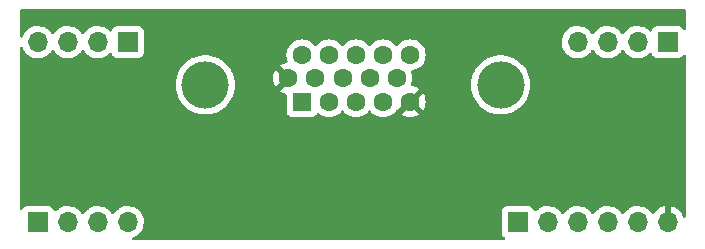
<source format=gbr>
%TF.GenerationSoftware,KiCad,Pcbnew,(6.0.0-0)*%
%TF.CreationDate,2022-07-05T21:59:04-04:00*%
%TF.ProjectId,IO-VGA-output,494f2d56-4741-42d6-9f75-747075742e6b,rev?*%
%TF.SameCoordinates,Original*%
%TF.FileFunction,Copper,L2,Bot*%
%TF.FilePolarity,Positive*%
%FSLAX46Y46*%
G04 Gerber Fmt 4.6, Leading zero omitted, Abs format (unit mm)*
G04 Created by KiCad (PCBNEW (6.0.0-0)) date 2022-07-05 21:59:04*
%MOMM*%
%LPD*%
G01*
G04 APERTURE LIST*
%TA.AperFunction,ComponentPad*%
%ADD10C,4.000000*%
%TD*%
%TA.AperFunction,ComponentPad*%
%ADD11R,1.600000X1.600000*%
%TD*%
%TA.AperFunction,ComponentPad*%
%ADD12C,1.600000*%
%TD*%
%TA.AperFunction,ComponentPad*%
%ADD13R,1.700000X1.700000*%
%TD*%
%TA.AperFunction,ComponentPad*%
%ADD14O,1.700000X1.700000*%
%TD*%
%TA.AperFunction,ViaPad*%
%ADD15C,0.800000*%
%TD*%
%TA.AperFunction,Conductor*%
%ADD16C,0.500000*%
%TD*%
G04 APERTURE END LIST*
D10*
%TO.P,J1,0*%
%TO.N,unconnected-(J1-Pad0)*%
X159835000Y-93788331D03*
X134835000Y-93788331D03*
D11*
%TO.P,J1,1*%
%TO.N,VGA_RED*%
X143020000Y-95208331D03*
D12*
%TO.P,J1,2*%
%TO.N,VGA_GREEN*%
X145310000Y-95208331D03*
%TO.P,J1,3*%
%TO.N,VGA_BLUE*%
X147600000Y-95208331D03*
%TO.P,J1,4*%
%TO.N,unconnected-(J1-Pad4)*%
X149890000Y-95208331D03*
%TO.P,J1,5*%
%TO.N,GND*%
X152180000Y-95208331D03*
%TO.P,J1,6*%
X141875000Y-93228331D03*
%TO.P,J1,7*%
X144165000Y-93228331D03*
%TO.P,J1,8*%
X146455000Y-93228331D03*
%TO.P,J1,9*%
%TO.N,unconnected-(J1-Pad9)*%
X148745000Y-93228331D03*
%TO.P,J1,10*%
%TO.N,GND*%
X151035000Y-93228331D03*
%TO.P,J1,11*%
%TO.N,unconnected-(J1-Pad11)*%
X143020000Y-91248331D03*
%TO.P,J1,12*%
%TO.N,unconnected-(J1-Pad12)*%
X145310000Y-91248331D03*
%TO.P,J1,13*%
%TO.N,HSYNC*%
X147600000Y-91248331D03*
%TO.P,J1,14*%
%TO.N,VSYNC*%
X149890000Y-91248331D03*
%TO.P,J1,15*%
%TO.N,unconnected-(J1-Pad15)*%
X152180000Y-91248331D03*
%TD*%
D13*
%TO.P,J2,1,Pin_1*%
%TO.N,unconnected-(J2-Pad1)*%
X120650000Y-105410000D03*
D14*
%TO.P,J2,2,Pin_2*%
%TO.N,unconnected-(J2-Pad2)*%
X123190000Y-105410000D03*
%TO.P,J2,3,Pin_3*%
%TO.N,unconnected-(J2-Pad3)*%
X125730000Y-105410000D03*
%TO.P,J2,4,Pin_4*%
%TO.N,unconnected-(J2-Pad4)*%
X128270000Y-105410000D03*
%TD*%
D13*
%TO.P,J3,1,Pin_1*%
%TO.N,VGA_RED*%
X161290000Y-105410000D03*
D14*
%TO.P,J3,2,Pin_2*%
%TO.N,VGA_GREEN*%
X163830000Y-105410000D03*
%TO.P,J3,3,Pin_3*%
%TO.N,VGA_BLUE*%
X166370000Y-105410000D03*
%TO.P,J3,4,Pin_4*%
%TO.N,VSYNC*%
X168910000Y-105410000D03*
%TO.P,J3,5,Pin_5*%
%TO.N,HSYNC*%
X171450000Y-105410000D03*
%TO.P,J3,6,Pin_6*%
%TO.N,GND*%
X173990000Y-105410000D03*
%TD*%
D13*
%TO.P,J5,1,Pin_1*%
%TO.N,unconnected-(J5-Pad1)*%
X173980000Y-90170000D03*
D14*
%TO.P,J5,2,Pin_2*%
%TO.N,unconnected-(J5-Pad2)*%
X171440000Y-90170000D03*
%TO.P,J5,3,Pin_3*%
%TO.N,unconnected-(J5-Pad3)*%
X168900000Y-90170000D03*
%TO.P,J5,4,Pin_4*%
%TO.N,unconnected-(J5-Pad4)*%
X166360000Y-90170000D03*
%TD*%
D13*
%TO.P,J4,1,Pin_1*%
%TO.N,unconnected-(J4-Pad1)*%
X128270000Y-90170000D03*
D14*
%TO.P,J4,2,Pin_2*%
%TO.N,unconnected-(J4-Pad2)*%
X125730000Y-90170000D03*
%TO.P,J4,3,Pin_3*%
%TO.N,unconnected-(J4-Pad3)*%
X123190000Y-90170000D03*
%TO.P,J4,4,Pin_4*%
%TO.N,unconnected-(J4-Pad4)*%
X120650000Y-90170000D03*
%TD*%
D15*
%TO.N,GND*%
X159258000Y-98044000D03*
X152146000Y-97028000D03*
X139192000Y-94996000D03*
%TD*%
D16*
%TO.N,GND*%
X141732000Y-97536000D02*
X151638000Y-97536000D01*
X139192000Y-94996000D02*
X141732000Y-97536000D01*
X152146000Y-97028000D02*
X158242000Y-97028000D01*
X151638000Y-97536000D02*
X152146000Y-97028000D01*
X158242000Y-97028000D02*
X159258000Y-98044000D01*
%TD*%
%TA.AperFunction,Conductor*%
%TO.N,GND*%
G36*
X175456121Y-87396002D02*
G01*
X175502614Y-87449658D01*
X175514000Y-87502000D01*
X175514000Y-89009710D01*
X175493998Y-89077831D01*
X175440342Y-89124324D01*
X175370068Y-89134428D01*
X175305488Y-89104934D01*
X175281182Y-89074808D01*
X175280615Y-89073295D01*
X175275230Y-89066109D01*
X175198642Y-88963919D01*
X175193261Y-88956739D01*
X175076705Y-88869385D01*
X174940316Y-88818255D01*
X174878134Y-88811500D01*
X173081866Y-88811500D01*
X173019684Y-88818255D01*
X172883295Y-88869385D01*
X172766739Y-88956739D01*
X172679385Y-89073295D01*
X172676233Y-89081703D01*
X172634919Y-89191907D01*
X172592277Y-89248671D01*
X172525716Y-89273371D01*
X172456367Y-89258163D01*
X172423743Y-89232476D01*
X172373151Y-89176875D01*
X172373142Y-89176866D01*
X172369670Y-89173051D01*
X172365619Y-89169852D01*
X172365615Y-89169848D01*
X172198414Y-89037800D01*
X172198410Y-89037798D01*
X172194359Y-89034598D01*
X171998789Y-88926638D01*
X171993920Y-88924914D01*
X171993916Y-88924912D01*
X171793087Y-88853795D01*
X171793083Y-88853794D01*
X171788212Y-88852069D01*
X171783119Y-88851162D01*
X171783116Y-88851161D01*
X171573373Y-88813800D01*
X171573367Y-88813799D01*
X171568284Y-88812894D01*
X171494452Y-88811992D01*
X171350081Y-88810228D01*
X171350079Y-88810228D01*
X171344911Y-88810165D01*
X171124091Y-88843955D01*
X170911756Y-88913357D01*
X170713607Y-89016507D01*
X170709474Y-89019610D01*
X170709471Y-89019612D01*
X170539100Y-89147530D01*
X170534965Y-89150635D01*
X170495525Y-89191907D01*
X170441280Y-89248671D01*
X170380629Y-89312138D01*
X170273201Y-89469621D01*
X170218293Y-89514621D01*
X170147768Y-89522792D01*
X170084021Y-89491538D01*
X170063324Y-89467054D01*
X169982822Y-89342617D01*
X169982820Y-89342614D01*
X169980014Y-89338277D01*
X169829670Y-89173051D01*
X169825619Y-89169852D01*
X169825615Y-89169848D01*
X169658414Y-89037800D01*
X169658410Y-89037798D01*
X169654359Y-89034598D01*
X169458789Y-88926638D01*
X169453920Y-88924914D01*
X169453916Y-88924912D01*
X169253087Y-88853795D01*
X169253083Y-88853794D01*
X169248212Y-88852069D01*
X169243119Y-88851162D01*
X169243116Y-88851161D01*
X169033373Y-88813800D01*
X169033367Y-88813799D01*
X169028284Y-88812894D01*
X168954452Y-88811992D01*
X168810081Y-88810228D01*
X168810079Y-88810228D01*
X168804911Y-88810165D01*
X168584091Y-88843955D01*
X168371756Y-88913357D01*
X168173607Y-89016507D01*
X168169474Y-89019610D01*
X168169471Y-89019612D01*
X167999100Y-89147530D01*
X167994965Y-89150635D01*
X167955525Y-89191907D01*
X167901280Y-89248671D01*
X167840629Y-89312138D01*
X167733201Y-89469621D01*
X167678293Y-89514621D01*
X167607768Y-89522792D01*
X167544021Y-89491538D01*
X167523324Y-89467054D01*
X167442822Y-89342617D01*
X167442820Y-89342614D01*
X167440014Y-89338277D01*
X167289670Y-89173051D01*
X167285619Y-89169852D01*
X167285615Y-89169848D01*
X167118414Y-89037800D01*
X167118410Y-89037798D01*
X167114359Y-89034598D01*
X166918789Y-88926638D01*
X166913920Y-88924914D01*
X166913916Y-88924912D01*
X166713087Y-88853795D01*
X166713083Y-88853794D01*
X166708212Y-88852069D01*
X166703119Y-88851162D01*
X166703116Y-88851161D01*
X166493373Y-88813800D01*
X166493367Y-88813799D01*
X166488284Y-88812894D01*
X166414452Y-88811992D01*
X166270081Y-88810228D01*
X166270079Y-88810228D01*
X166264911Y-88810165D01*
X166044091Y-88843955D01*
X165831756Y-88913357D01*
X165633607Y-89016507D01*
X165629474Y-89019610D01*
X165629471Y-89019612D01*
X165459100Y-89147530D01*
X165454965Y-89150635D01*
X165415525Y-89191907D01*
X165361280Y-89248671D01*
X165300629Y-89312138D01*
X165174743Y-89496680D01*
X165080688Y-89699305D01*
X165020989Y-89914570D01*
X164997251Y-90136695D01*
X165010110Y-90359715D01*
X165011247Y-90364761D01*
X165011248Y-90364767D01*
X165031551Y-90454857D01*
X165059222Y-90577639D01*
X165143266Y-90784616D01*
X165180685Y-90845678D01*
X165257291Y-90970688D01*
X165259987Y-90975088D01*
X165406250Y-91143938D01*
X165578126Y-91286632D01*
X165771000Y-91399338D01*
X165979692Y-91479030D01*
X165984760Y-91480061D01*
X165984763Y-91480062D01*
X166092017Y-91501883D01*
X166198597Y-91523567D01*
X166203772Y-91523757D01*
X166203774Y-91523757D01*
X166416673Y-91531564D01*
X166416677Y-91531564D01*
X166421837Y-91531753D01*
X166426957Y-91531097D01*
X166426959Y-91531097D01*
X166638288Y-91504025D01*
X166638289Y-91504025D01*
X166643416Y-91503368D01*
X166715529Y-91481733D01*
X166852429Y-91440661D01*
X166852434Y-91440659D01*
X166857384Y-91439174D01*
X167057994Y-91340896D01*
X167239860Y-91211173D01*
X167398096Y-91053489D01*
X167457594Y-90970689D01*
X167528453Y-90872077D01*
X167529776Y-90873028D01*
X167576645Y-90829857D01*
X167646580Y-90817625D01*
X167712026Y-90845144D01*
X167739875Y-90876994D01*
X167799987Y-90975088D01*
X167946250Y-91143938D01*
X168118126Y-91286632D01*
X168311000Y-91399338D01*
X168519692Y-91479030D01*
X168524760Y-91480061D01*
X168524763Y-91480062D01*
X168632017Y-91501883D01*
X168738597Y-91523567D01*
X168743772Y-91523757D01*
X168743774Y-91523757D01*
X168956673Y-91531564D01*
X168956677Y-91531564D01*
X168961837Y-91531753D01*
X168966957Y-91531097D01*
X168966959Y-91531097D01*
X169178288Y-91504025D01*
X169178289Y-91504025D01*
X169183416Y-91503368D01*
X169255529Y-91481733D01*
X169392429Y-91440661D01*
X169392434Y-91440659D01*
X169397384Y-91439174D01*
X169597994Y-91340896D01*
X169779860Y-91211173D01*
X169938096Y-91053489D01*
X169997594Y-90970689D01*
X170068453Y-90872077D01*
X170069776Y-90873028D01*
X170116645Y-90829857D01*
X170186580Y-90817625D01*
X170252026Y-90845144D01*
X170279875Y-90876994D01*
X170339987Y-90975088D01*
X170486250Y-91143938D01*
X170658126Y-91286632D01*
X170851000Y-91399338D01*
X171059692Y-91479030D01*
X171064760Y-91480061D01*
X171064763Y-91480062D01*
X171172017Y-91501883D01*
X171278597Y-91523567D01*
X171283772Y-91523757D01*
X171283774Y-91523757D01*
X171496673Y-91531564D01*
X171496677Y-91531564D01*
X171501837Y-91531753D01*
X171506957Y-91531097D01*
X171506959Y-91531097D01*
X171718288Y-91504025D01*
X171718289Y-91504025D01*
X171723416Y-91503368D01*
X171795529Y-91481733D01*
X171932429Y-91440661D01*
X171932434Y-91440659D01*
X171937384Y-91439174D01*
X172137994Y-91340896D01*
X172319860Y-91211173D01*
X172428091Y-91103319D01*
X172490462Y-91069404D01*
X172561268Y-91074592D01*
X172618030Y-91117238D01*
X172635012Y-91148341D01*
X172679385Y-91266705D01*
X172766739Y-91383261D01*
X172883295Y-91470615D01*
X173019684Y-91521745D01*
X173081866Y-91528500D01*
X174878134Y-91528500D01*
X174940316Y-91521745D01*
X175076705Y-91470615D01*
X175193261Y-91383261D01*
X175241501Y-91318894D01*
X175275231Y-91273889D01*
X175275231Y-91273888D01*
X175280615Y-91266705D01*
X175280646Y-91266622D01*
X175327738Y-91219635D01*
X175397129Y-91204621D01*
X175463622Y-91229506D01*
X175506105Y-91286390D01*
X175514000Y-91330290D01*
X175514000Y-104903361D01*
X175493998Y-104971482D01*
X175440342Y-105017975D01*
X175370068Y-105028079D01*
X175305488Y-104998585D01*
X175272450Y-104953603D01*
X175192972Y-104770814D01*
X175188105Y-104761739D01*
X175072426Y-104582926D01*
X175066136Y-104574757D01*
X174922806Y-104417240D01*
X174915273Y-104410215D01*
X174748139Y-104278222D01*
X174739552Y-104272517D01*
X174553117Y-104169599D01*
X174543705Y-104165369D01*
X174342959Y-104094280D01*
X174332988Y-104091646D01*
X174261837Y-104078972D01*
X174248540Y-104080432D01*
X174244000Y-104094989D01*
X174244000Y-105538000D01*
X174223998Y-105606121D01*
X174170342Y-105652614D01*
X174118000Y-105664000D01*
X173862000Y-105664000D01*
X173793879Y-105643998D01*
X173747386Y-105590342D01*
X173736000Y-105538000D01*
X173736000Y-104093102D01*
X173732082Y-104079758D01*
X173717806Y-104077771D01*
X173679324Y-104083660D01*
X173669288Y-104086051D01*
X173466868Y-104152212D01*
X173457359Y-104156209D01*
X173268463Y-104254542D01*
X173259738Y-104260036D01*
X173089433Y-104387905D01*
X173081726Y-104394748D01*
X172934590Y-104548717D01*
X172928109Y-104556722D01*
X172823498Y-104710074D01*
X172768587Y-104755076D01*
X172698062Y-104763247D01*
X172634315Y-104731993D01*
X172613618Y-104707509D01*
X172532822Y-104582617D01*
X172532820Y-104582614D01*
X172530014Y-104578277D01*
X172379670Y-104413051D01*
X172375619Y-104409852D01*
X172375615Y-104409848D01*
X172208414Y-104277800D01*
X172208410Y-104277798D01*
X172204359Y-104274598D01*
X172168028Y-104254542D01*
X172129256Y-104233139D01*
X172008789Y-104166638D01*
X172003920Y-104164914D01*
X172003916Y-104164912D01*
X171803087Y-104093795D01*
X171803083Y-104093794D01*
X171798212Y-104092069D01*
X171793119Y-104091162D01*
X171793116Y-104091161D01*
X171583373Y-104053800D01*
X171583367Y-104053799D01*
X171578284Y-104052894D01*
X171504452Y-104051992D01*
X171360081Y-104050228D01*
X171360079Y-104050228D01*
X171354911Y-104050165D01*
X171134091Y-104083955D01*
X170921756Y-104153357D01*
X170723607Y-104256507D01*
X170719474Y-104259610D01*
X170719471Y-104259612D01*
X170597462Y-104351219D01*
X170544965Y-104390635D01*
X170541393Y-104394373D01*
X170433729Y-104507037D01*
X170390629Y-104552138D01*
X170283201Y-104709621D01*
X170228293Y-104754621D01*
X170157768Y-104762792D01*
X170094021Y-104731538D01*
X170073324Y-104707054D01*
X169992822Y-104582617D01*
X169992820Y-104582614D01*
X169990014Y-104578277D01*
X169839670Y-104413051D01*
X169835619Y-104409852D01*
X169835615Y-104409848D01*
X169668414Y-104277800D01*
X169668410Y-104277798D01*
X169664359Y-104274598D01*
X169628028Y-104254542D01*
X169589256Y-104233139D01*
X169468789Y-104166638D01*
X169463920Y-104164914D01*
X169463916Y-104164912D01*
X169263087Y-104093795D01*
X169263083Y-104093794D01*
X169258212Y-104092069D01*
X169253119Y-104091162D01*
X169253116Y-104091161D01*
X169043373Y-104053800D01*
X169043367Y-104053799D01*
X169038284Y-104052894D01*
X168964452Y-104051992D01*
X168820081Y-104050228D01*
X168820079Y-104050228D01*
X168814911Y-104050165D01*
X168594091Y-104083955D01*
X168381756Y-104153357D01*
X168183607Y-104256507D01*
X168179474Y-104259610D01*
X168179471Y-104259612D01*
X168057462Y-104351219D01*
X168004965Y-104390635D01*
X168001393Y-104394373D01*
X167893729Y-104507037D01*
X167850629Y-104552138D01*
X167743201Y-104709621D01*
X167688293Y-104754621D01*
X167617768Y-104762792D01*
X167554021Y-104731538D01*
X167533324Y-104707054D01*
X167452822Y-104582617D01*
X167452820Y-104582614D01*
X167450014Y-104578277D01*
X167299670Y-104413051D01*
X167295619Y-104409852D01*
X167295615Y-104409848D01*
X167128414Y-104277800D01*
X167128410Y-104277798D01*
X167124359Y-104274598D01*
X167088028Y-104254542D01*
X167049256Y-104233139D01*
X166928789Y-104166638D01*
X166923920Y-104164914D01*
X166923916Y-104164912D01*
X166723087Y-104093795D01*
X166723083Y-104093794D01*
X166718212Y-104092069D01*
X166713119Y-104091162D01*
X166713116Y-104091161D01*
X166503373Y-104053800D01*
X166503367Y-104053799D01*
X166498284Y-104052894D01*
X166424452Y-104051992D01*
X166280081Y-104050228D01*
X166280079Y-104050228D01*
X166274911Y-104050165D01*
X166054091Y-104083955D01*
X165841756Y-104153357D01*
X165643607Y-104256507D01*
X165639474Y-104259610D01*
X165639471Y-104259612D01*
X165517462Y-104351219D01*
X165464965Y-104390635D01*
X165461393Y-104394373D01*
X165353729Y-104507037D01*
X165310629Y-104552138D01*
X165203201Y-104709621D01*
X165148293Y-104754621D01*
X165077768Y-104762792D01*
X165014021Y-104731538D01*
X164993324Y-104707054D01*
X164912822Y-104582617D01*
X164912820Y-104582614D01*
X164910014Y-104578277D01*
X164759670Y-104413051D01*
X164755619Y-104409852D01*
X164755615Y-104409848D01*
X164588414Y-104277800D01*
X164588410Y-104277798D01*
X164584359Y-104274598D01*
X164548028Y-104254542D01*
X164509256Y-104233139D01*
X164388789Y-104166638D01*
X164383920Y-104164914D01*
X164383916Y-104164912D01*
X164183087Y-104093795D01*
X164183083Y-104093794D01*
X164178212Y-104092069D01*
X164173119Y-104091162D01*
X164173116Y-104091161D01*
X163963373Y-104053800D01*
X163963367Y-104053799D01*
X163958284Y-104052894D01*
X163884452Y-104051992D01*
X163740081Y-104050228D01*
X163740079Y-104050228D01*
X163734911Y-104050165D01*
X163514091Y-104083955D01*
X163301756Y-104153357D01*
X163103607Y-104256507D01*
X163099474Y-104259610D01*
X163099471Y-104259612D01*
X162977462Y-104351219D01*
X162924965Y-104390635D01*
X162868537Y-104449684D01*
X162844283Y-104475064D01*
X162782759Y-104510494D01*
X162711846Y-104507037D01*
X162654060Y-104465791D01*
X162635207Y-104432243D01*
X162593767Y-104321703D01*
X162590615Y-104313295D01*
X162503261Y-104196739D01*
X162386705Y-104109385D01*
X162250316Y-104058255D01*
X162188134Y-104051500D01*
X160391866Y-104051500D01*
X160329684Y-104058255D01*
X160193295Y-104109385D01*
X160076739Y-104196739D01*
X159989385Y-104313295D01*
X159938255Y-104449684D01*
X159931500Y-104511866D01*
X159931500Y-106308134D01*
X159938255Y-106370316D01*
X159989385Y-106506705D01*
X160076739Y-106623261D01*
X160166176Y-106690290D01*
X160188704Y-106707174D01*
X160231219Y-106764033D01*
X160236245Y-106834852D01*
X160202185Y-106897145D01*
X160139854Y-106931135D01*
X160113139Y-106934000D01*
X128776460Y-106934000D01*
X128708339Y-106913998D01*
X128661846Y-106860342D01*
X128651742Y-106790068D01*
X128681236Y-106725488D01*
X128740253Y-106687314D01*
X128762425Y-106680662D01*
X128762427Y-106680661D01*
X128767384Y-106679174D01*
X128967994Y-106580896D01*
X129149860Y-106451173D01*
X129308096Y-106293489D01*
X129438453Y-106112077D01*
X129451995Y-106084678D01*
X129535136Y-105916453D01*
X129535137Y-105916451D01*
X129537430Y-105911811D01*
X129602370Y-105698069D01*
X129631529Y-105476590D01*
X129633156Y-105410000D01*
X129614852Y-105187361D01*
X129560431Y-104970702D01*
X129471354Y-104765840D01*
X129350014Y-104578277D01*
X129199670Y-104413051D01*
X129195619Y-104409852D01*
X129195615Y-104409848D01*
X129028414Y-104277800D01*
X129028410Y-104277798D01*
X129024359Y-104274598D01*
X128988028Y-104254542D01*
X128949256Y-104233139D01*
X128828789Y-104166638D01*
X128823920Y-104164914D01*
X128823916Y-104164912D01*
X128623087Y-104093795D01*
X128623083Y-104093794D01*
X128618212Y-104092069D01*
X128613119Y-104091162D01*
X128613116Y-104091161D01*
X128403373Y-104053800D01*
X128403367Y-104053799D01*
X128398284Y-104052894D01*
X128324452Y-104051992D01*
X128180081Y-104050228D01*
X128180079Y-104050228D01*
X128174911Y-104050165D01*
X127954091Y-104083955D01*
X127741756Y-104153357D01*
X127543607Y-104256507D01*
X127539474Y-104259610D01*
X127539471Y-104259612D01*
X127417462Y-104351219D01*
X127364965Y-104390635D01*
X127361393Y-104394373D01*
X127253729Y-104507037D01*
X127210629Y-104552138D01*
X127103201Y-104709621D01*
X127048293Y-104754621D01*
X126977768Y-104762792D01*
X126914021Y-104731538D01*
X126893324Y-104707054D01*
X126812822Y-104582617D01*
X126812820Y-104582614D01*
X126810014Y-104578277D01*
X126659670Y-104413051D01*
X126655619Y-104409852D01*
X126655615Y-104409848D01*
X126488414Y-104277800D01*
X126488410Y-104277798D01*
X126484359Y-104274598D01*
X126448028Y-104254542D01*
X126409256Y-104233139D01*
X126288789Y-104166638D01*
X126283920Y-104164914D01*
X126283916Y-104164912D01*
X126083087Y-104093795D01*
X126083083Y-104093794D01*
X126078212Y-104092069D01*
X126073119Y-104091162D01*
X126073116Y-104091161D01*
X125863373Y-104053800D01*
X125863367Y-104053799D01*
X125858284Y-104052894D01*
X125784452Y-104051992D01*
X125640081Y-104050228D01*
X125640079Y-104050228D01*
X125634911Y-104050165D01*
X125414091Y-104083955D01*
X125201756Y-104153357D01*
X125003607Y-104256507D01*
X124999474Y-104259610D01*
X124999471Y-104259612D01*
X124877462Y-104351219D01*
X124824965Y-104390635D01*
X124821393Y-104394373D01*
X124713729Y-104507037D01*
X124670629Y-104552138D01*
X124563201Y-104709621D01*
X124508293Y-104754621D01*
X124437768Y-104762792D01*
X124374021Y-104731538D01*
X124353324Y-104707054D01*
X124272822Y-104582617D01*
X124272820Y-104582614D01*
X124270014Y-104578277D01*
X124119670Y-104413051D01*
X124115619Y-104409852D01*
X124115615Y-104409848D01*
X123948414Y-104277800D01*
X123948410Y-104277798D01*
X123944359Y-104274598D01*
X123908028Y-104254542D01*
X123869256Y-104233139D01*
X123748789Y-104166638D01*
X123743920Y-104164914D01*
X123743916Y-104164912D01*
X123543087Y-104093795D01*
X123543083Y-104093794D01*
X123538212Y-104092069D01*
X123533119Y-104091162D01*
X123533116Y-104091161D01*
X123323373Y-104053800D01*
X123323367Y-104053799D01*
X123318284Y-104052894D01*
X123244452Y-104051992D01*
X123100081Y-104050228D01*
X123100079Y-104050228D01*
X123094911Y-104050165D01*
X122874091Y-104083955D01*
X122661756Y-104153357D01*
X122463607Y-104256507D01*
X122459474Y-104259610D01*
X122459471Y-104259612D01*
X122337462Y-104351219D01*
X122284965Y-104390635D01*
X122228537Y-104449684D01*
X122204283Y-104475064D01*
X122142759Y-104510494D01*
X122071846Y-104507037D01*
X122014060Y-104465791D01*
X121995207Y-104432243D01*
X121953767Y-104321703D01*
X121950615Y-104313295D01*
X121863261Y-104196739D01*
X121746705Y-104109385D01*
X121610316Y-104058255D01*
X121548134Y-104051500D01*
X119751866Y-104051500D01*
X119689684Y-104058255D01*
X119553295Y-104109385D01*
X119436739Y-104196739D01*
X119379947Y-104272517D01*
X119352826Y-104308704D01*
X119295967Y-104351219D01*
X119225148Y-104356245D01*
X119162855Y-104322185D01*
X119128865Y-104259854D01*
X119126000Y-104233139D01*
X119126000Y-93788331D01*
X132321540Y-93788331D01*
X132341359Y-94103351D01*
X132400505Y-94413403D01*
X132498044Y-94713597D01*
X132499731Y-94717183D01*
X132499733Y-94717187D01*
X132630750Y-94995614D01*
X132630754Y-94995621D01*
X132632438Y-94999200D01*
X132801568Y-95265706D01*
X133002767Y-95508913D01*
X133232860Y-95724985D01*
X133488221Y-95910515D01*
X133491690Y-95912422D01*
X133491693Y-95912424D01*
X133761352Y-96060671D01*
X133764821Y-96062578D01*
X133768490Y-96064031D01*
X133768495Y-96064033D01*
X134054628Y-96177321D01*
X134058298Y-96178774D01*
X134364025Y-96257271D01*
X134677179Y-96296831D01*
X134992821Y-96296831D01*
X135305975Y-96257271D01*
X135611702Y-96178774D01*
X135615372Y-96177321D01*
X135901505Y-96064033D01*
X135901510Y-96064031D01*
X135905179Y-96062578D01*
X135908648Y-96060671D01*
X136178307Y-95912424D01*
X136178310Y-95912422D01*
X136181779Y-95910515D01*
X136437140Y-95724985D01*
X136667233Y-95508913D01*
X136868432Y-95265706D01*
X137037562Y-94999200D01*
X137039246Y-94995621D01*
X137039250Y-94995614D01*
X137170267Y-94717187D01*
X137170269Y-94717183D01*
X137171956Y-94713597D01*
X137269495Y-94413403D01*
X137288382Y-94314393D01*
X141153493Y-94314393D01*
X141162789Y-94326408D01*
X141213994Y-94362262D01*
X141223489Y-94367745D01*
X141420947Y-94459821D01*
X141431239Y-94463567D01*
X141618111Y-94513639D01*
X141678734Y-94550591D01*
X141709755Y-94614451D01*
X141711500Y-94635346D01*
X141711500Y-96056465D01*
X141718255Y-96118647D01*
X141769385Y-96255036D01*
X141856739Y-96371592D01*
X141973295Y-96458946D01*
X142109684Y-96510076D01*
X142171866Y-96516831D01*
X143868134Y-96516831D01*
X143930316Y-96510076D01*
X144066705Y-96458946D01*
X144183261Y-96371592D01*
X144250484Y-96281897D01*
X144265231Y-96262220D01*
X144265231Y-96262219D01*
X144270615Y-96255036D01*
X144273221Y-96248086D01*
X144322926Y-96198492D01*
X144392317Y-96183478D01*
X144463540Y-96212369D01*
X144465700Y-96214529D01*
X144470202Y-96217681D01*
X144470204Y-96217683D01*
X144533810Y-96262220D01*
X144653251Y-96345854D01*
X144658233Y-96348177D01*
X144658238Y-96348180D01*
X144854765Y-96439821D01*
X144860757Y-96442615D01*
X144866065Y-96444037D01*
X144866067Y-96444038D01*
X145076598Y-96500450D01*
X145076600Y-96500450D01*
X145081913Y-96501874D01*
X145310000Y-96521829D01*
X145538087Y-96501874D01*
X145543400Y-96500450D01*
X145543402Y-96500450D01*
X145753933Y-96444038D01*
X145753935Y-96444037D01*
X145759243Y-96442615D01*
X145765235Y-96439821D01*
X145961762Y-96348180D01*
X145961767Y-96348177D01*
X145966749Y-96345854D01*
X146086190Y-96262220D01*
X146149789Y-96217688D01*
X146149792Y-96217686D01*
X146154300Y-96214529D01*
X146316198Y-96052631D01*
X146351787Y-96001805D01*
X146407244Y-95957477D01*
X146477864Y-95950168D01*
X146541224Y-95982199D01*
X146558213Y-96001805D01*
X146593802Y-96052631D01*
X146755700Y-96214529D01*
X146760208Y-96217686D01*
X146760211Y-96217688D01*
X146823810Y-96262220D01*
X146943251Y-96345854D01*
X146948233Y-96348177D01*
X146948238Y-96348180D01*
X147144765Y-96439821D01*
X147150757Y-96442615D01*
X147156065Y-96444037D01*
X147156067Y-96444038D01*
X147366598Y-96500450D01*
X147366600Y-96500450D01*
X147371913Y-96501874D01*
X147600000Y-96521829D01*
X147828087Y-96501874D01*
X147833400Y-96500450D01*
X147833402Y-96500450D01*
X148043933Y-96444038D01*
X148043935Y-96444037D01*
X148049243Y-96442615D01*
X148055235Y-96439821D01*
X148251762Y-96348180D01*
X148251767Y-96348177D01*
X148256749Y-96345854D01*
X148376190Y-96262220D01*
X148439789Y-96217688D01*
X148439792Y-96217686D01*
X148444300Y-96214529D01*
X148606198Y-96052631D01*
X148641787Y-96001805D01*
X148697244Y-95957477D01*
X148767864Y-95950168D01*
X148831224Y-95982199D01*
X148848213Y-96001805D01*
X148883802Y-96052631D01*
X149045700Y-96214529D01*
X149050208Y-96217686D01*
X149050211Y-96217688D01*
X149113810Y-96262220D01*
X149233251Y-96345854D01*
X149238233Y-96348177D01*
X149238238Y-96348180D01*
X149434765Y-96439821D01*
X149440757Y-96442615D01*
X149446065Y-96444037D01*
X149446067Y-96444038D01*
X149656598Y-96500450D01*
X149656600Y-96500450D01*
X149661913Y-96501874D01*
X149890000Y-96521829D01*
X150118087Y-96501874D01*
X150123400Y-96500450D01*
X150123402Y-96500450D01*
X150333933Y-96444038D01*
X150333935Y-96444037D01*
X150339243Y-96442615D01*
X150345235Y-96439821D01*
X150541762Y-96348180D01*
X150541767Y-96348177D01*
X150546749Y-96345854D01*
X150620242Y-96294393D01*
X151458493Y-96294393D01*
X151467789Y-96306408D01*
X151518994Y-96342262D01*
X151528489Y-96347745D01*
X151725947Y-96439821D01*
X151736239Y-96443567D01*
X151946688Y-96499956D01*
X151957481Y-96501859D01*
X152174525Y-96520848D01*
X152185475Y-96520848D01*
X152402519Y-96501859D01*
X152413312Y-96499956D01*
X152623761Y-96443567D01*
X152634053Y-96439821D01*
X152831511Y-96347745D01*
X152841006Y-96342262D01*
X152893048Y-96305822D01*
X152901424Y-96295343D01*
X152894356Y-96281897D01*
X152192812Y-95580353D01*
X152178868Y-95572739D01*
X152177035Y-95572870D01*
X152170420Y-95577121D01*
X151464923Y-96282618D01*
X151458493Y-96294393D01*
X150620242Y-96294393D01*
X150666190Y-96262220D01*
X150729789Y-96217688D01*
X150729792Y-96217686D01*
X150734300Y-96214529D01*
X150896198Y-96052631D01*
X150946351Y-95981005D01*
X151001808Y-95936677D01*
X151062536Y-95927946D01*
X151090853Y-95930877D01*
X151106434Y-95922687D01*
X151819658Y-95209463D01*
X152544408Y-95209463D01*
X152544539Y-95211296D01*
X152548790Y-95217911D01*
X153254287Y-95923408D01*
X153266062Y-95929838D01*
X153278077Y-95920542D01*
X153313931Y-95869337D01*
X153319414Y-95859842D01*
X153411490Y-95662384D01*
X153415236Y-95652092D01*
X153471625Y-95441643D01*
X153473528Y-95430850D01*
X153492517Y-95213806D01*
X153492517Y-95202856D01*
X153473528Y-94985812D01*
X153471625Y-94975019D01*
X153415236Y-94764570D01*
X153411490Y-94754278D01*
X153319414Y-94556820D01*
X153313931Y-94547325D01*
X153277491Y-94495283D01*
X153267012Y-94486907D01*
X153253566Y-94493975D01*
X152552022Y-95195519D01*
X152544408Y-95209463D01*
X151819658Y-95209463D01*
X152895077Y-94134044D01*
X152901507Y-94122269D01*
X152892211Y-94110254D01*
X152841006Y-94074400D01*
X152831511Y-94068917D01*
X152634053Y-93976841D01*
X152623761Y-93973095D01*
X152413312Y-93916706D01*
X152402509Y-93914801D01*
X152346953Y-93909940D01*
X152280835Y-93884077D01*
X152239195Y-93826573D01*
X152237069Y-93788331D01*
X157321540Y-93788331D01*
X157341359Y-94103351D01*
X157400505Y-94413403D01*
X157498044Y-94713597D01*
X157499731Y-94717183D01*
X157499733Y-94717187D01*
X157630750Y-94995614D01*
X157630754Y-94995621D01*
X157632438Y-94999200D01*
X157801568Y-95265706D01*
X158002767Y-95508913D01*
X158232860Y-95724985D01*
X158488221Y-95910515D01*
X158491690Y-95912422D01*
X158491693Y-95912424D01*
X158761352Y-96060671D01*
X158764821Y-96062578D01*
X158768490Y-96064031D01*
X158768495Y-96064033D01*
X159054628Y-96177321D01*
X159058298Y-96178774D01*
X159364025Y-96257271D01*
X159677179Y-96296831D01*
X159992821Y-96296831D01*
X160305975Y-96257271D01*
X160611702Y-96178774D01*
X160615372Y-96177321D01*
X160901505Y-96064033D01*
X160901510Y-96064031D01*
X160905179Y-96062578D01*
X160908648Y-96060671D01*
X161178307Y-95912424D01*
X161178310Y-95912422D01*
X161181779Y-95910515D01*
X161437140Y-95724985D01*
X161667233Y-95508913D01*
X161868432Y-95265706D01*
X162037562Y-94999200D01*
X162039246Y-94995621D01*
X162039250Y-94995614D01*
X162170267Y-94717187D01*
X162170269Y-94717183D01*
X162171956Y-94713597D01*
X162269495Y-94413403D01*
X162328641Y-94103351D01*
X162348460Y-93788331D01*
X162328641Y-93473311D01*
X162269495Y-93163259D01*
X162171956Y-92863065D01*
X162170267Y-92859475D01*
X162039250Y-92581048D01*
X162039246Y-92581041D01*
X162037562Y-92577462D01*
X162033831Y-92571582D01*
X161975896Y-92480292D01*
X161868432Y-92310956D01*
X161684745Y-92088917D01*
X161669758Y-92070801D01*
X161669757Y-92070800D01*
X161667233Y-92067749D01*
X161437140Y-91851677D01*
X161181779Y-91666147D01*
X160936126Y-91531097D01*
X160908648Y-91515991D01*
X160908647Y-91515990D01*
X160905179Y-91514084D01*
X160901510Y-91512631D01*
X160901505Y-91512629D01*
X160615372Y-91399341D01*
X160615371Y-91399341D01*
X160611702Y-91397888D01*
X160305975Y-91319391D01*
X159992821Y-91279831D01*
X159677179Y-91279831D01*
X159364025Y-91319391D01*
X159058298Y-91397888D01*
X159054629Y-91399341D01*
X159054628Y-91399341D01*
X158768495Y-91512629D01*
X158768490Y-91512631D01*
X158764821Y-91514084D01*
X158761353Y-91515990D01*
X158761352Y-91515991D01*
X158733875Y-91531097D01*
X158488221Y-91666147D01*
X158232860Y-91851677D01*
X158002767Y-92067749D01*
X158000243Y-92070800D01*
X158000242Y-92070801D01*
X157985255Y-92088917D01*
X157801568Y-92310956D01*
X157694104Y-92480292D01*
X157636170Y-92571582D01*
X157632438Y-92577462D01*
X157630754Y-92581041D01*
X157630750Y-92581048D01*
X157499733Y-92859475D01*
X157498044Y-92863065D01*
X157400505Y-93163259D01*
X157341359Y-93473311D01*
X157321540Y-93788331D01*
X152237069Y-93788331D01*
X152235255Y-93755686D01*
X152243741Y-93731169D01*
X152266488Y-93682389D01*
X152270236Y-93672092D01*
X152326625Y-93461643D01*
X152328528Y-93450850D01*
X152347517Y-93233806D01*
X152347517Y-93222856D01*
X152328528Y-93005812D01*
X152326625Y-92995019D01*
X152270236Y-92784570D01*
X152266490Y-92774278D01*
X152243965Y-92725974D01*
X152233304Y-92655783D01*
X152262284Y-92590970D01*
X152321703Y-92552113D01*
X152347178Y-92547203D01*
X152362038Y-92545903D01*
X152408087Y-92541874D01*
X152413400Y-92540450D01*
X152413402Y-92540450D01*
X152623933Y-92484038D01*
X152623935Y-92484037D01*
X152629243Y-92482615D01*
X152634225Y-92480292D01*
X152831762Y-92388180D01*
X152831767Y-92388177D01*
X152836749Y-92385854D01*
X152948073Y-92307904D01*
X153019789Y-92257688D01*
X153019792Y-92257686D01*
X153024300Y-92254529D01*
X153186198Y-92092631D01*
X153317523Y-91905080D01*
X153319846Y-91900098D01*
X153319849Y-91900093D01*
X153411961Y-91702556D01*
X153411961Y-91702555D01*
X153414284Y-91697574D01*
X153422082Y-91668474D01*
X153472119Y-91481733D01*
X153472119Y-91481731D01*
X153473543Y-91476418D01*
X153493498Y-91248331D01*
X153473543Y-91020244D01*
X153462489Y-90978990D01*
X153415707Y-90804398D01*
X153415706Y-90804396D01*
X153414284Y-90799088D01*
X153407536Y-90784616D01*
X153319849Y-90596569D01*
X153319846Y-90596564D01*
X153317523Y-90591582D01*
X153186198Y-90404031D01*
X153024300Y-90242133D01*
X153019792Y-90238976D01*
X153019789Y-90238974D01*
X152941611Y-90184233D01*
X152836749Y-90110808D01*
X152831767Y-90108485D01*
X152831762Y-90108482D01*
X152634225Y-90016370D01*
X152634224Y-90016370D01*
X152629243Y-90014047D01*
X152623935Y-90012625D01*
X152623933Y-90012624D01*
X152413402Y-89956212D01*
X152413400Y-89956212D01*
X152408087Y-89954788D01*
X152180000Y-89934833D01*
X151951913Y-89954788D01*
X151946600Y-89956212D01*
X151946598Y-89956212D01*
X151736067Y-90012624D01*
X151736065Y-90012625D01*
X151730757Y-90014047D01*
X151725776Y-90016370D01*
X151725775Y-90016370D01*
X151528238Y-90108482D01*
X151528233Y-90108485D01*
X151523251Y-90110808D01*
X151418389Y-90184233D01*
X151340211Y-90238974D01*
X151340208Y-90238976D01*
X151335700Y-90242133D01*
X151173802Y-90404031D01*
X151170645Y-90408539D01*
X151170643Y-90408542D01*
X151138213Y-90454857D01*
X151082756Y-90499185D01*
X151012136Y-90506494D01*
X150948776Y-90474463D01*
X150931787Y-90454857D01*
X150899357Y-90408542D01*
X150899355Y-90408539D01*
X150896198Y-90404031D01*
X150734300Y-90242133D01*
X150729792Y-90238976D01*
X150729789Y-90238974D01*
X150651611Y-90184233D01*
X150546749Y-90110808D01*
X150541767Y-90108485D01*
X150541762Y-90108482D01*
X150344225Y-90016370D01*
X150344224Y-90016370D01*
X150339243Y-90014047D01*
X150333935Y-90012625D01*
X150333933Y-90012624D01*
X150123402Y-89956212D01*
X150123400Y-89956212D01*
X150118087Y-89954788D01*
X149890000Y-89934833D01*
X149661913Y-89954788D01*
X149656600Y-89956212D01*
X149656598Y-89956212D01*
X149446067Y-90012624D01*
X149446065Y-90012625D01*
X149440757Y-90014047D01*
X149435776Y-90016370D01*
X149435775Y-90016370D01*
X149238238Y-90108482D01*
X149238233Y-90108485D01*
X149233251Y-90110808D01*
X149128389Y-90184233D01*
X149050211Y-90238974D01*
X149050208Y-90238976D01*
X149045700Y-90242133D01*
X148883802Y-90404031D01*
X148880645Y-90408539D01*
X148880643Y-90408542D01*
X148848213Y-90454857D01*
X148792756Y-90499185D01*
X148722136Y-90506494D01*
X148658776Y-90474463D01*
X148641787Y-90454857D01*
X148609357Y-90408542D01*
X148609355Y-90408539D01*
X148606198Y-90404031D01*
X148444300Y-90242133D01*
X148439792Y-90238976D01*
X148439789Y-90238974D01*
X148361611Y-90184233D01*
X148256749Y-90110808D01*
X148251767Y-90108485D01*
X148251762Y-90108482D01*
X148054225Y-90016370D01*
X148054224Y-90016370D01*
X148049243Y-90014047D01*
X148043935Y-90012625D01*
X148043933Y-90012624D01*
X147833402Y-89956212D01*
X147833400Y-89956212D01*
X147828087Y-89954788D01*
X147600000Y-89934833D01*
X147371913Y-89954788D01*
X147366600Y-89956212D01*
X147366598Y-89956212D01*
X147156067Y-90012624D01*
X147156065Y-90012625D01*
X147150757Y-90014047D01*
X147145776Y-90016370D01*
X147145775Y-90016370D01*
X146948238Y-90108482D01*
X146948233Y-90108485D01*
X146943251Y-90110808D01*
X146838389Y-90184233D01*
X146760211Y-90238974D01*
X146760208Y-90238976D01*
X146755700Y-90242133D01*
X146593802Y-90404031D01*
X146590645Y-90408539D01*
X146590643Y-90408542D01*
X146558213Y-90454857D01*
X146502756Y-90499185D01*
X146432136Y-90506494D01*
X146368776Y-90474463D01*
X146351787Y-90454857D01*
X146319357Y-90408542D01*
X146319355Y-90408539D01*
X146316198Y-90404031D01*
X146154300Y-90242133D01*
X146149792Y-90238976D01*
X146149789Y-90238974D01*
X146071611Y-90184233D01*
X145966749Y-90110808D01*
X145961767Y-90108485D01*
X145961762Y-90108482D01*
X145764225Y-90016370D01*
X145764224Y-90016370D01*
X145759243Y-90014047D01*
X145753935Y-90012625D01*
X145753933Y-90012624D01*
X145543402Y-89956212D01*
X145543400Y-89956212D01*
X145538087Y-89954788D01*
X145310000Y-89934833D01*
X145081913Y-89954788D01*
X145076600Y-89956212D01*
X145076598Y-89956212D01*
X144866067Y-90012624D01*
X144866065Y-90012625D01*
X144860757Y-90014047D01*
X144855776Y-90016370D01*
X144855775Y-90016370D01*
X144658238Y-90108482D01*
X144658233Y-90108485D01*
X144653251Y-90110808D01*
X144548389Y-90184233D01*
X144470211Y-90238974D01*
X144470208Y-90238976D01*
X144465700Y-90242133D01*
X144303802Y-90404031D01*
X144300645Y-90408539D01*
X144300643Y-90408542D01*
X144268213Y-90454857D01*
X144212756Y-90499185D01*
X144142136Y-90506494D01*
X144078776Y-90474463D01*
X144061787Y-90454857D01*
X144029357Y-90408542D01*
X144029355Y-90408539D01*
X144026198Y-90404031D01*
X143864300Y-90242133D01*
X143859792Y-90238976D01*
X143859789Y-90238974D01*
X143781611Y-90184233D01*
X143676749Y-90110808D01*
X143671767Y-90108485D01*
X143671762Y-90108482D01*
X143474225Y-90016370D01*
X143474224Y-90016370D01*
X143469243Y-90014047D01*
X143463935Y-90012625D01*
X143463933Y-90012624D01*
X143253402Y-89956212D01*
X143253400Y-89956212D01*
X143248087Y-89954788D01*
X143020000Y-89934833D01*
X142791913Y-89954788D01*
X142786600Y-89956212D01*
X142786598Y-89956212D01*
X142576067Y-90012624D01*
X142576065Y-90012625D01*
X142570757Y-90014047D01*
X142565776Y-90016370D01*
X142565775Y-90016370D01*
X142368238Y-90108482D01*
X142368233Y-90108485D01*
X142363251Y-90110808D01*
X142258389Y-90184233D01*
X142180211Y-90238974D01*
X142180208Y-90238976D01*
X142175700Y-90242133D01*
X142013802Y-90404031D01*
X141882477Y-90591582D01*
X141880154Y-90596564D01*
X141880151Y-90596569D01*
X141792464Y-90784616D01*
X141785716Y-90799088D01*
X141784294Y-90804396D01*
X141784293Y-90804398D01*
X141737511Y-90978990D01*
X141726457Y-91020244D01*
X141706502Y-91248331D01*
X141726457Y-91476418D01*
X141727881Y-91481731D01*
X141727881Y-91481733D01*
X141777919Y-91668474D01*
X141785716Y-91697574D01*
X141788039Y-91702555D01*
X141788039Y-91702556D01*
X141810730Y-91751217D01*
X141821391Y-91821409D01*
X141792411Y-91886222D01*
X141732991Y-91925078D01*
X141707516Y-91929988D01*
X141652480Y-91934803D01*
X141641688Y-91936706D01*
X141431239Y-91993095D01*
X141420947Y-91996841D01*
X141223489Y-92088917D01*
X141213994Y-92094400D01*
X141161952Y-92130840D01*
X141153576Y-92141319D01*
X141160644Y-92154765D01*
X142145115Y-93139236D01*
X142179141Y-93201548D01*
X142174076Y-93272363D01*
X142145115Y-93317426D01*
X141159923Y-94302618D01*
X141153493Y-94314393D01*
X137288382Y-94314393D01*
X137328641Y-94103351D01*
X137348460Y-93788331D01*
X137328641Y-93473311D01*
X137282953Y-93233806D01*
X140562483Y-93233806D01*
X140581472Y-93450850D01*
X140583375Y-93461643D01*
X140639764Y-93672092D01*
X140643510Y-93682384D01*
X140735586Y-93879842D01*
X140741069Y-93889337D01*
X140777509Y-93941379D01*
X140787988Y-93949755D01*
X140801434Y-93942687D01*
X141502978Y-93241143D01*
X141510592Y-93227199D01*
X141510461Y-93225366D01*
X141506210Y-93218751D01*
X140800713Y-92513254D01*
X140788938Y-92506824D01*
X140776923Y-92516120D01*
X140741069Y-92567325D01*
X140735586Y-92576820D01*
X140643510Y-92774278D01*
X140639764Y-92784570D01*
X140583375Y-92995019D01*
X140581472Y-93005812D01*
X140562483Y-93222856D01*
X140562483Y-93233806D01*
X137282953Y-93233806D01*
X137269495Y-93163259D01*
X137171956Y-92863065D01*
X137170267Y-92859475D01*
X137039250Y-92581048D01*
X137039246Y-92581041D01*
X137037562Y-92577462D01*
X137033831Y-92571582D01*
X136975896Y-92480292D01*
X136868432Y-92310956D01*
X136684745Y-92088917D01*
X136669758Y-92070801D01*
X136669757Y-92070800D01*
X136667233Y-92067749D01*
X136437140Y-91851677D01*
X136181779Y-91666147D01*
X135936126Y-91531097D01*
X135908648Y-91515991D01*
X135908647Y-91515990D01*
X135905179Y-91514084D01*
X135901510Y-91512631D01*
X135901505Y-91512629D01*
X135615372Y-91399341D01*
X135615371Y-91399341D01*
X135611702Y-91397888D01*
X135305975Y-91319391D01*
X134992821Y-91279831D01*
X134677179Y-91279831D01*
X134364025Y-91319391D01*
X134058298Y-91397888D01*
X134054629Y-91399341D01*
X134054628Y-91399341D01*
X133768495Y-91512629D01*
X133768490Y-91512631D01*
X133764821Y-91514084D01*
X133761353Y-91515990D01*
X133761352Y-91515991D01*
X133733875Y-91531097D01*
X133488221Y-91666147D01*
X133232860Y-91851677D01*
X133002767Y-92067749D01*
X133000243Y-92070800D01*
X133000242Y-92070801D01*
X132985255Y-92088917D01*
X132801568Y-92310956D01*
X132694104Y-92480292D01*
X132636170Y-92571582D01*
X132632438Y-92577462D01*
X132630754Y-92581041D01*
X132630750Y-92581048D01*
X132499733Y-92859475D01*
X132498044Y-92863065D01*
X132400505Y-93163259D01*
X132341359Y-93473311D01*
X132321540Y-93788331D01*
X119126000Y-93788331D01*
X119126000Y-90673118D01*
X119146002Y-90604997D01*
X119199658Y-90558504D01*
X119269932Y-90548400D01*
X119334512Y-90577894D01*
X119368743Y-90625714D01*
X119433266Y-90784616D01*
X119470685Y-90845678D01*
X119547291Y-90970688D01*
X119549987Y-90975088D01*
X119696250Y-91143938D01*
X119868126Y-91286632D01*
X120061000Y-91399338D01*
X120269692Y-91479030D01*
X120274760Y-91480061D01*
X120274763Y-91480062D01*
X120382017Y-91501883D01*
X120488597Y-91523567D01*
X120493772Y-91523757D01*
X120493774Y-91523757D01*
X120706673Y-91531564D01*
X120706677Y-91531564D01*
X120711837Y-91531753D01*
X120716957Y-91531097D01*
X120716959Y-91531097D01*
X120928288Y-91504025D01*
X120928289Y-91504025D01*
X120933416Y-91503368D01*
X121005529Y-91481733D01*
X121142429Y-91440661D01*
X121142434Y-91440659D01*
X121147384Y-91439174D01*
X121347994Y-91340896D01*
X121529860Y-91211173D01*
X121688096Y-91053489D01*
X121747594Y-90970689D01*
X121818453Y-90872077D01*
X121819776Y-90873028D01*
X121866645Y-90829857D01*
X121936580Y-90817625D01*
X122002026Y-90845144D01*
X122029875Y-90876994D01*
X122089987Y-90975088D01*
X122236250Y-91143938D01*
X122408126Y-91286632D01*
X122601000Y-91399338D01*
X122809692Y-91479030D01*
X122814760Y-91480061D01*
X122814763Y-91480062D01*
X122922017Y-91501883D01*
X123028597Y-91523567D01*
X123033772Y-91523757D01*
X123033774Y-91523757D01*
X123246673Y-91531564D01*
X123246677Y-91531564D01*
X123251837Y-91531753D01*
X123256957Y-91531097D01*
X123256959Y-91531097D01*
X123468288Y-91504025D01*
X123468289Y-91504025D01*
X123473416Y-91503368D01*
X123545529Y-91481733D01*
X123682429Y-91440661D01*
X123682434Y-91440659D01*
X123687384Y-91439174D01*
X123887994Y-91340896D01*
X124069860Y-91211173D01*
X124228096Y-91053489D01*
X124287594Y-90970689D01*
X124358453Y-90872077D01*
X124359776Y-90873028D01*
X124406645Y-90829857D01*
X124476580Y-90817625D01*
X124542026Y-90845144D01*
X124569875Y-90876994D01*
X124629987Y-90975088D01*
X124776250Y-91143938D01*
X124948126Y-91286632D01*
X125141000Y-91399338D01*
X125349692Y-91479030D01*
X125354760Y-91480061D01*
X125354763Y-91480062D01*
X125462017Y-91501883D01*
X125568597Y-91523567D01*
X125573772Y-91523757D01*
X125573774Y-91523757D01*
X125786673Y-91531564D01*
X125786677Y-91531564D01*
X125791837Y-91531753D01*
X125796957Y-91531097D01*
X125796959Y-91531097D01*
X126008288Y-91504025D01*
X126008289Y-91504025D01*
X126013416Y-91503368D01*
X126085529Y-91481733D01*
X126222429Y-91440661D01*
X126222434Y-91440659D01*
X126227384Y-91439174D01*
X126427994Y-91340896D01*
X126609860Y-91211173D01*
X126718091Y-91103319D01*
X126780462Y-91069404D01*
X126851268Y-91074592D01*
X126908030Y-91117238D01*
X126925012Y-91148341D01*
X126969385Y-91266705D01*
X127056739Y-91383261D01*
X127173295Y-91470615D01*
X127309684Y-91521745D01*
X127371866Y-91528500D01*
X129168134Y-91528500D01*
X129230316Y-91521745D01*
X129366705Y-91470615D01*
X129483261Y-91383261D01*
X129570615Y-91266705D01*
X129621745Y-91130316D01*
X129628500Y-91068134D01*
X129628500Y-89271866D01*
X129621745Y-89209684D01*
X129570615Y-89073295D01*
X129483261Y-88956739D01*
X129366705Y-88869385D01*
X129230316Y-88818255D01*
X129168134Y-88811500D01*
X127371866Y-88811500D01*
X127309684Y-88818255D01*
X127173295Y-88869385D01*
X127056739Y-88956739D01*
X126969385Y-89073295D01*
X126966233Y-89081703D01*
X126924919Y-89191907D01*
X126882277Y-89248671D01*
X126815716Y-89273371D01*
X126746367Y-89258163D01*
X126713743Y-89232476D01*
X126663151Y-89176875D01*
X126663142Y-89176866D01*
X126659670Y-89173051D01*
X126655619Y-89169852D01*
X126655615Y-89169848D01*
X126488414Y-89037800D01*
X126488410Y-89037798D01*
X126484359Y-89034598D01*
X126288789Y-88926638D01*
X126283920Y-88924914D01*
X126283916Y-88924912D01*
X126083087Y-88853795D01*
X126083083Y-88853794D01*
X126078212Y-88852069D01*
X126073119Y-88851162D01*
X126073116Y-88851161D01*
X125863373Y-88813800D01*
X125863367Y-88813799D01*
X125858284Y-88812894D01*
X125784452Y-88811992D01*
X125640081Y-88810228D01*
X125640079Y-88810228D01*
X125634911Y-88810165D01*
X125414091Y-88843955D01*
X125201756Y-88913357D01*
X125003607Y-89016507D01*
X124999474Y-89019610D01*
X124999471Y-89019612D01*
X124829100Y-89147530D01*
X124824965Y-89150635D01*
X124785525Y-89191907D01*
X124731280Y-89248671D01*
X124670629Y-89312138D01*
X124563201Y-89469621D01*
X124508293Y-89514621D01*
X124437768Y-89522792D01*
X124374021Y-89491538D01*
X124353324Y-89467054D01*
X124272822Y-89342617D01*
X124272820Y-89342614D01*
X124270014Y-89338277D01*
X124119670Y-89173051D01*
X124115619Y-89169852D01*
X124115615Y-89169848D01*
X123948414Y-89037800D01*
X123948410Y-89037798D01*
X123944359Y-89034598D01*
X123748789Y-88926638D01*
X123743920Y-88924914D01*
X123743916Y-88924912D01*
X123543087Y-88853795D01*
X123543083Y-88853794D01*
X123538212Y-88852069D01*
X123533119Y-88851162D01*
X123533116Y-88851161D01*
X123323373Y-88813800D01*
X123323367Y-88813799D01*
X123318284Y-88812894D01*
X123244452Y-88811992D01*
X123100081Y-88810228D01*
X123100079Y-88810228D01*
X123094911Y-88810165D01*
X122874091Y-88843955D01*
X122661756Y-88913357D01*
X122463607Y-89016507D01*
X122459474Y-89019610D01*
X122459471Y-89019612D01*
X122289100Y-89147530D01*
X122284965Y-89150635D01*
X122245525Y-89191907D01*
X122191280Y-89248671D01*
X122130629Y-89312138D01*
X122023201Y-89469621D01*
X121968293Y-89514621D01*
X121897768Y-89522792D01*
X121834021Y-89491538D01*
X121813324Y-89467054D01*
X121732822Y-89342617D01*
X121732820Y-89342614D01*
X121730014Y-89338277D01*
X121579670Y-89173051D01*
X121575619Y-89169852D01*
X121575615Y-89169848D01*
X121408414Y-89037800D01*
X121408410Y-89037798D01*
X121404359Y-89034598D01*
X121208789Y-88926638D01*
X121203920Y-88924914D01*
X121203916Y-88924912D01*
X121003087Y-88853795D01*
X121003083Y-88853794D01*
X120998212Y-88852069D01*
X120993119Y-88851162D01*
X120993116Y-88851161D01*
X120783373Y-88813800D01*
X120783367Y-88813799D01*
X120778284Y-88812894D01*
X120704452Y-88811992D01*
X120560081Y-88810228D01*
X120560079Y-88810228D01*
X120554911Y-88810165D01*
X120334091Y-88843955D01*
X120121756Y-88913357D01*
X119923607Y-89016507D01*
X119919474Y-89019610D01*
X119919471Y-89019612D01*
X119749100Y-89147530D01*
X119744965Y-89150635D01*
X119705525Y-89191907D01*
X119651280Y-89248671D01*
X119590629Y-89312138D01*
X119464743Y-89496680D01*
X119370688Y-89699305D01*
X119369880Y-89702220D01*
X119327959Y-89758744D01*
X119261551Y-89783852D01*
X119192110Y-89769072D01*
X119141684Y-89719095D01*
X119126000Y-89658215D01*
X119126000Y-87502000D01*
X119146002Y-87433879D01*
X119199658Y-87387386D01*
X119252000Y-87376000D01*
X175388000Y-87376000D01*
X175456121Y-87396002D01*
G37*
%TD.AperFunction*%
%TD*%
M02*

</source>
